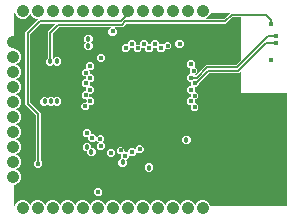
<source format=gbr>
G04 EAGLE Gerber RS-274X export*
G75*
%MOMM*%
%FSLAX34Y34*%
%LPD*%
%INCopper Layer 2*%
%IPPOS*%
%AMOC8*
5,1,8,0,0,1.08239X$1,22.5*%
G01*
%ADD10C,1.050000*%
%ADD11C,0.403200*%
%ADD12C,0.457200*%
%ADD13C,0.453200*%
%ADD14C,0.152400*%

G36*
X4663Y7584D02*
X4663Y7584D01*
X4726Y7591D01*
X4747Y7604D01*
X4770Y7609D01*
X4819Y7650D01*
X4873Y7684D01*
X4888Y7706D01*
X4904Y7719D01*
X4919Y7754D01*
X4953Y7804D01*
X5775Y9790D01*
X7609Y11624D01*
X10006Y12617D01*
X12600Y12617D01*
X14997Y11624D01*
X16831Y9790D01*
X17302Y8653D01*
X17317Y8632D01*
X17324Y8608D01*
X17367Y8563D01*
X17403Y8513D01*
X17426Y8500D01*
X17443Y8482D01*
X17501Y8460D01*
X17556Y8431D01*
X17581Y8430D01*
X17606Y8422D01*
X17667Y8428D01*
X17729Y8426D01*
X17752Y8437D01*
X17778Y8440D01*
X17830Y8473D01*
X17886Y8499D01*
X17903Y8519D01*
X17924Y8532D01*
X17972Y8605D01*
X17995Y8633D01*
X17998Y8643D01*
X18004Y8653D01*
X18475Y9790D01*
X20309Y11624D01*
X22706Y12617D01*
X25300Y12617D01*
X27697Y11624D01*
X29531Y9790D01*
X30002Y8653D01*
X30017Y8632D01*
X30024Y8608D01*
X30067Y8563D01*
X30103Y8513D01*
X30126Y8500D01*
X30143Y8482D01*
X30201Y8460D01*
X30256Y8431D01*
X30281Y8430D01*
X30306Y8422D01*
X30367Y8428D01*
X30429Y8426D01*
X30452Y8437D01*
X30478Y8440D01*
X30530Y8473D01*
X30586Y8499D01*
X30603Y8519D01*
X30624Y8532D01*
X30672Y8605D01*
X30695Y8633D01*
X30698Y8643D01*
X30704Y8653D01*
X31175Y9790D01*
X33009Y11624D01*
X35406Y12617D01*
X38000Y12617D01*
X40397Y11624D01*
X42231Y9790D01*
X42702Y8653D01*
X42717Y8632D01*
X42724Y8608D01*
X42767Y8563D01*
X42803Y8513D01*
X42826Y8500D01*
X42843Y8482D01*
X42901Y8460D01*
X42956Y8431D01*
X42981Y8430D01*
X43006Y8422D01*
X43067Y8428D01*
X43129Y8426D01*
X43152Y8437D01*
X43178Y8440D01*
X43230Y8473D01*
X43286Y8499D01*
X43303Y8519D01*
X43324Y8532D01*
X43372Y8605D01*
X43395Y8633D01*
X43398Y8643D01*
X43404Y8653D01*
X43875Y9790D01*
X45709Y11624D01*
X48106Y12617D01*
X50700Y12617D01*
X53097Y11624D01*
X54931Y9790D01*
X55402Y8653D01*
X55417Y8632D01*
X55424Y8608D01*
X55467Y8563D01*
X55503Y8513D01*
X55526Y8500D01*
X55543Y8482D01*
X55601Y8460D01*
X55656Y8431D01*
X55681Y8430D01*
X55706Y8422D01*
X55767Y8428D01*
X55829Y8426D01*
X55852Y8437D01*
X55878Y8440D01*
X55930Y8473D01*
X55986Y8499D01*
X56003Y8519D01*
X56024Y8532D01*
X56072Y8605D01*
X56095Y8633D01*
X56098Y8643D01*
X56104Y8653D01*
X56575Y9790D01*
X58409Y11624D01*
X60806Y12617D01*
X63400Y12617D01*
X65797Y11624D01*
X67631Y9790D01*
X68102Y8653D01*
X68117Y8632D01*
X68124Y8608D01*
X68167Y8563D01*
X68203Y8513D01*
X68226Y8500D01*
X68243Y8482D01*
X68301Y8460D01*
X68356Y8431D01*
X68381Y8430D01*
X68406Y8422D01*
X68467Y8428D01*
X68529Y8426D01*
X68552Y8437D01*
X68578Y8440D01*
X68630Y8473D01*
X68686Y8499D01*
X68703Y8519D01*
X68724Y8532D01*
X68772Y8605D01*
X68795Y8633D01*
X68798Y8643D01*
X68804Y8653D01*
X69275Y9790D01*
X71109Y11624D01*
X73506Y12617D01*
X76100Y12617D01*
X78497Y11624D01*
X80331Y9790D01*
X80802Y8653D01*
X80817Y8632D01*
X80824Y8608D01*
X80867Y8563D01*
X80903Y8513D01*
X80926Y8500D01*
X80943Y8482D01*
X81001Y8460D01*
X81056Y8431D01*
X81081Y8430D01*
X81106Y8422D01*
X81167Y8428D01*
X81229Y8426D01*
X81252Y8437D01*
X81278Y8440D01*
X81330Y8473D01*
X81386Y8499D01*
X81403Y8519D01*
X81424Y8532D01*
X81472Y8605D01*
X81495Y8633D01*
X81498Y8643D01*
X81504Y8653D01*
X81975Y9790D01*
X83809Y11624D01*
X86206Y12617D01*
X88800Y12617D01*
X91197Y11624D01*
X93031Y9790D01*
X93502Y8653D01*
X93517Y8632D01*
X93524Y8608D01*
X93567Y8563D01*
X93603Y8513D01*
X93626Y8500D01*
X93643Y8482D01*
X93701Y8460D01*
X93756Y8431D01*
X93781Y8430D01*
X93806Y8422D01*
X93867Y8428D01*
X93929Y8426D01*
X93952Y8437D01*
X93978Y8440D01*
X94030Y8473D01*
X94086Y8499D01*
X94103Y8519D01*
X94124Y8532D01*
X94172Y8605D01*
X94195Y8633D01*
X94198Y8643D01*
X94204Y8653D01*
X94675Y9790D01*
X96509Y11624D01*
X98906Y12617D01*
X101500Y12617D01*
X103897Y11624D01*
X105731Y9790D01*
X106202Y8653D01*
X106217Y8632D01*
X106224Y8608D01*
X106267Y8563D01*
X106303Y8513D01*
X106326Y8500D01*
X106343Y8482D01*
X106401Y8460D01*
X106456Y8431D01*
X106481Y8430D01*
X106506Y8422D01*
X106567Y8428D01*
X106629Y8426D01*
X106652Y8437D01*
X106678Y8440D01*
X106730Y8473D01*
X106786Y8499D01*
X106803Y8519D01*
X106824Y8532D01*
X106872Y8605D01*
X106895Y8633D01*
X106898Y8643D01*
X106904Y8653D01*
X107375Y9790D01*
X109209Y11624D01*
X111606Y12617D01*
X114200Y12617D01*
X116597Y11624D01*
X118431Y9790D01*
X118902Y8653D01*
X118917Y8632D01*
X118924Y8608D01*
X118967Y8563D01*
X119003Y8513D01*
X119025Y8500D01*
X119043Y8482D01*
X119101Y8460D01*
X119156Y8431D01*
X119182Y8430D01*
X119206Y8422D01*
X119267Y8428D01*
X119329Y8426D01*
X119352Y8437D01*
X119378Y8440D01*
X119430Y8473D01*
X119486Y8499D01*
X119503Y8519D01*
X119524Y8532D01*
X119572Y8604D01*
X119595Y8633D01*
X119597Y8643D01*
X119604Y8653D01*
X120075Y9790D01*
X121909Y11624D01*
X124306Y12617D01*
X126900Y12617D01*
X129297Y11624D01*
X131131Y9790D01*
X131602Y8653D01*
X131617Y8632D01*
X131624Y8608D01*
X131667Y8563D01*
X131703Y8513D01*
X131725Y8500D01*
X131743Y8482D01*
X131801Y8460D01*
X131856Y8431D01*
X131882Y8430D01*
X131906Y8422D01*
X131967Y8428D01*
X132029Y8426D01*
X132052Y8437D01*
X132078Y8440D01*
X132130Y8473D01*
X132186Y8499D01*
X132203Y8519D01*
X132224Y8532D01*
X132272Y8604D01*
X132295Y8633D01*
X132297Y8643D01*
X132304Y8653D01*
X132775Y9790D01*
X134609Y11624D01*
X137006Y12617D01*
X139600Y12617D01*
X141997Y11624D01*
X143831Y9790D01*
X144302Y8653D01*
X144317Y8632D01*
X144324Y8608D01*
X144367Y8563D01*
X144403Y8513D01*
X144425Y8500D01*
X144443Y8482D01*
X144501Y8460D01*
X144556Y8431D01*
X144582Y8430D01*
X144606Y8422D01*
X144667Y8428D01*
X144729Y8426D01*
X144752Y8437D01*
X144778Y8440D01*
X144830Y8473D01*
X144886Y8499D01*
X144903Y8519D01*
X144924Y8532D01*
X144972Y8604D01*
X144995Y8633D01*
X144997Y8643D01*
X145004Y8653D01*
X145475Y9790D01*
X147309Y11624D01*
X149706Y12617D01*
X152300Y12617D01*
X154697Y11624D01*
X156531Y9790D01*
X157002Y8653D01*
X157017Y8632D01*
X157024Y8608D01*
X157067Y8563D01*
X157103Y8513D01*
X157125Y8500D01*
X157143Y8482D01*
X157201Y8460D01*
X157256Y8431D01*
X157282Y8430D01*
X157306Y8422D01*
X157367Y8428D01*
X157429Y8426D01*
X157452Y8437D01*
X157478Y8440D01*
X157530Y8473D01*
X157586Y8499D01*
X157603Y8519D01*
X157624Y8532D01*
X157672Y8604D01*
X157695Y8633D01*
X157697Y8643D01*
X157704Y8653D01*
X158175Y9790D01*
X160009Y11624D01*
X162406Y12617D01*
X165000Y12617D01*
X167397Y11624D01*
X169231Y9790D01*
X170053Y7804D01*
X170090Y7753D01*
X170121Y7697D01*
X170140Y7683D01*
X170154Y7664D01*
X170211Y7634D01*
X170262Y7597D01*
X170289Y7592D01*
X170307Y7582D01*
X170345Y7581D01*
X170405Y7570D01*
X234239Y7570D01*
X234289Y7581D01*
X234340Y7583D01*
X234372Y7601D01*
X234408Y7609D01*
X234447Y7642D01*
X234492Y7666D01*
X234513Y7696D01*
X234541Y7719D01*
X234562Y7766D01*
X234592Y7808D01*
X234600Y7850D01*
X234612Y7878D01*
X234611Y7908D01*
X234619Y7950D01*
X234619Y102870D01*
X234608Y102920D01*
X234606Y102971D01*
X234588Y103003D01*
X234580Y103039D01*
X234547Y103078D01*
X234523Y103123D01*
X234493Y103144D01*
X234470Y103172D01*
X234423Y103193D01*
X234381Y103223D01*
X234339Y103231D01*
X234311Y103243D01*
X234281Y103242D01*
X234239Y103250D01*
X195960Y103250D01*
X195960Y120525D01*
X195954Y120550D01*
X195957Y120576D01*
X195947Y120602D01*
X195947Y120605D01*
X195944Y120610D01*
X195935Y120634D01*
X195921Y120694D01*
X195904Y120714D01*
X195895Y120738D01*
X195850Y120780D01*
X195811Y120828D01*
X195787Y120838D01*
X195768Y120856D01*
X195709Y120873D01*
X195652Y120898D01*
X195627Y120897D01*
X195602Y120905D01*
X195541Y120894D01*
X195479Y120892D01*
X195457Y120879D01*
X195431Y120875D01*
X195360Y120827D01*
X195327Y120809D01*
X195321Y120801D01*
X195311Y120794D01*
X194388Y119871D01*
X169390Y119871D01*
X169316Y119854D01*
X169241Y119841D01*
X169231Y119834D01*
X169221Y119832D01*
X169193Y119808D01*
X169121Y119760D01*
X160116Y110755D01*
X160076Y110690D01*
X160032Y110628D01*
X160030Y110616D01*
X160025Y110608D01*
X160021Y110571D01*
X160005Y110486D01*
X160005Y109891D01*
X158079Y107965D01*
X157062Y107965D01*
X157037Y107959D01*
X157011Y107962D01*
X156953Y107940D01*
X156893Y107926D01*
X156873Y107909D01*
X156849Y107900D01*
X156807Y107855D01*
X156759Y107816D01*
X156749Y107792D01*
X156731Y107773D01*
X156714Y107714D01*
X156689Y107657D01*
X156690Y107632D01*
X156682Y107607D01*
X156693Y107546D01*
X156695Y107484D01*
X156707Y107462D01*
X156712Y107436D01*
X156760Y107365D01*
X156778Y107332D01*
X156785Y107327D01*
X156787Y107323D01*
X156790Y107321D01*
X156793Y107316D01*
X156830Y107279D01*
X156830Y104632D01*
X156841Y104582D01*
X156843Y104531D01*
X156861Y104499D01*
X156869Y104463D01*
X156902Y104424D01*
X156926Y104379D01*
X156956Y104358D01*
X156979Y104330D01*
X157026Y104309D01*
X157068Y104279D01*
X157110Y104271D01*
X157138Y104259D01*
X157168Y104260D01*
X157210Y104252D01*
X157952Y104252D01*
X159878Y102326D01*
X159878Y99604D01*
X157952Y97678D01*
X157083Y97678D01*
X157033Y97667D01*
X156982Y97665D01*
X156950Y97647D01*
X156914Y97639D01*
X156875Y97606D01*
X156830Y97582D01*
X156809Y97552D01*
X156781Y97529D01*
X156760Y97482D01*
X156730Y97440D01*
X156722Y97398D01*
X156710Y97370D01*
X156711Y97340D01*
X156703Y97298D01*
X156703Y94726D01*
X156714Y94676D01*
X156716Y94625D01*
X156734Y94593D01*
X156742Y94557D01*
X156775Y94518D01*
X156799Y94473D01*
X156829Y94452D01*
X156852Y94424D01*
X156899Y94403D01*
X156941Y94373D01*
X156983Y94365D01*
X157011Y94353D01*
X157041Y94354D01*
X157083Y94346D01*
X157952Y94346D01*
X159878Y92420D01*
X159878Y89698D01*
X157952Y87772D01*
X155230Y87772D01*
X153304Y89698D01*
X153304Y92472D01*
X153293Y92522D01*
X153291Y92573D01*
X153273Y92605D01*
X153265Y92641D01*
X153232Y92680D01*
X153208Y92725D01*
X153178Y92746D01*
X153155Y92774D01*
X153108Y92795D01*
X153066Y92825D01*
X153024Y92833D01*
X152996Y92845D01*
X152966Y92844D01*
X152924Y92852D01*
X152055Y92852D01*
X150129Y94778D01*
X150129Y97500D01*
X152055Y99426D01*
X152924Y99426D01*
X152974Y99437D01*
X153025Y99439D01*
X153057Y99457D01*
X153093Y99465D01*
X153132Y99498D01*
X153177Y99522D01*
X153198Y99552D01*
X153226Y99575D01*
X153247Y99622D01*
X153277Y99664D01*
X153285Y99706D01*
X153297Y99734D01*
X153296Y99764D01*
X153304Y99806D01*
X153304Y102251D01*
X153293Y102301D01*
X153291Y102352D01*
X153273Y102384D01*
X153265Y102420D01*
X153232Y102459D01*
X153208Y102504D01*
X153178Y102525D01*
X153155Y102553D01*
X153108Y102574D01*
X153066Y102604D01*
X153024Y102612D01*
X152996Y102624D01*
X152966Y102623D01*
X152924Y102631D01*
X152182Y102631D01*
X150256Y104557D01*
X150256Y107279D01*
X152182Y109205D01*
X153199Y109205D01*
X153224Y109211D01*
X153250Y109208D01*
X153308Y109230D01*
X153368Y109244D01*
X153388Y109261D01*
X153412Y109270D01*
X153454Y109315D01*
X153502Y109354D01*
X153512Y109378D01*
X153530Y109397D01*
X153547Y109456D01*
X153572Y109513D01*
X153571Y109538D01*
X153579Y109563D01*
X153568Y109624D01*
X153566Y109686D01*
X153554Y109708D01*
X153549Y109734D01*
X153501Y109805D01*
X153483Y109838D01*
X153475Y109844D01*
X153468Y109854D01*
X153431Y109891D01*
X153431Y112411D01*
X153420Y112461D01*
X153418Y112512D01*
X153400Y112544D01*
X153392Y112580D01*
X153359Y112619D01*
X153335Y112664D01*
X153305Y112685D01*
X153282Y112713D01*
X153235Y112734D01*
X153193Y112764D01*
X153151Y112772D01*
X153123Y112784D01*
X153093Y112783D01*
X153051Y112791D01*
X152182Y112791D01*
X150256Y114717D01*
X150256Y117439D01*
X152182Y119365D01*
X152691Y119365D01*
X152716Y119371D01*
X152742Y119368D01*
X152800Y119390D01*
X152860Y119404D01*
X152880Y119421D01*
X152904Y119430D01*
X152946Y119475D01*
X152994Y119514D01*
X153004Y119538D01*
X153022Y119557D01*
X153039Y119616D01*
X153064Y119673D01*
X153063Y119698D01*
X153071Y119723D01*
X153060Y119784D01*
X153058Y119846D01*
X153045Y119868D01*
X153041Y119894D01*
X152993Y119965D01*
X152975Y119998D01*
X152967Y120004D01*
X152960Y120014D01*
X152415Y120559D01*
X152415Y123281D01*
X152579Y123445D01*
X152593Y123467D01*
X152613Y123483D01*
X152638Y123540D01*
X152670Y123592D01*
X152673Y123618D01*
X152683Y123642D01*
X152681Y123703D01*
X152687Y123765D01*
X152678Y123789D01*
X152677Y123815D01*
X152647Y123869D01*
X152625Y123927D01*
X152606Y123944D01*
X152594Y123967D01*
X152544Y124002D01*
X152498Y124044D01*
X152473Y124052D01*
X152452Y124067D01*
X152368Y124083D01*
X152332Y124094D01*
X152322Y124092D01*
X152310Y124094D01*
X152309Y124094D01*
X150383Y126020D01*
X150383Y128742D01*
X152309Y130668D01*
X155031Y130668D01*
X156957Y128742D01*
X156957Y126020D01*
X156793Y125856D01*
X156779Y125834D01*
X156759Y125818D01*
X156734Y125761D01*
X156702Y125709D01*
X156699Y125683D01*
X156689Y125659D01*
X156691Y125598D01*
X156685Y125536D01*
X156694Y125512D01*
X156695Y125486D01*
X156725Y125432D01*
X156747Y125374D01*
X156766Y125357D01*
X156778Y125334D01*
X156828Y125299D01*
X156874Y125257D01*
X156899Y125249D01*
X156920Y125234D01*
X157004Y125218D01*
X157040Y125207D01*
X157050Y125209D01*
X157062Y125207D01*
X157063Y125207D01*
X158989Y123281D01*
X158989Y120559D01*
X157190Y118760D01*
X157176Y118738D01*
X157156Y118722D01*
X157131Y118665D01*
X157099Y118613D01*
X157096Y118587D01*
X157086Y118563D01*
X157088Y118502D01*
X157082Y118440D01*
X157091Y118416D01*
X157092Y118390D01*
X157122Y118336D01*
X157144Y118278D01*
X157163Y118261D01*
X157175Y118238D01*
X157225Y118203D01*
X157271Y118161D01*
X157296Y118153D01*
X157317Y118138D01*
X157401Y118122D01*
X157437Y118111D01*
X157447Y118113D01*
X157459Y118111D01*
X157614Y118111D01*
X157688Y118128D01*
X157762Y118141D01*
X157773Y118148D01*
X157782Y118150D01*
X157811Y118174D01*
X157883Y118222D01*
X166391Y126731D01*
X191262Y126731D01*
X191336Y126748D01*
X191411Y126761D01*
X191421Y126768D01*
X191431Y126770D01*
X191460Y126794D01*
X191531Y126842D01*
X195849Y131160D01*
X195889Y131224D01*
X195933Y131286D01*
X195935Y131298D01*
X195940Y131307D01*
X195944Y131344D01*
X195960Y131428D01*
X195960Y166878D01*
X195949Y166928D01*
X195947Y166979D01*
X195929Y167011D01*
X195921Y167047D01*
X195888Y167086D01*
X195864Y167131D01*
X195834Y167152D01*
X195811Y167180D01*
X195764Y167201D01*
X195722Y167231D01*
X195680Y167239D01*
X195652Y167251D01*
X195622Y167250D01*
X195580Y167258D01*
X188960Y167258D01*
X188886Y167241D01*
X188811Y167228D01*
X188801Y167221D01*
X188791Y167219D01*
X188762Y167195D01*
X188691Y167147D01*
X183214Y161670D01*
X98804Y161670D01*
X98730Y161653D01*
X98655Y161640D01*
X98645Y161633D01*
X98635Y161631D01*
X98606Y161607D01*
X98535Y161559D01*
X95979Y159003D01*
X89359Y159003D01*
X89334Y158997D01*
X89309Y159000D01*
X89251Y158978D01*
X89191Y158964D01*
X89171Y158947D01*
X89147Y158938D01*
X89105Y158893D01*
X89057Y158854D01*
X89046Y158830D01*
X89029Y158811D01*
X89011Y158752D01*
X88986Y158695D01*
X88987Y158670D01*
X88980Y158645D01*
X88990Y158584D01*
X88993Y158522D01*
X89005Y158500D01*
X89009Y158474D01*
X89058Y158403D01*
X89075Y158370D01*
X89084Y158364D01*
X89091Y158354D01*
X90786Y156659D01*
X90786Y153729D01*
X88714Y151657D01*
X85784Y151657D01*
X83712Y153729D01*
X83712Y156659D01*
X85407Y158354D01*
X85421Y158376D01*
X85441Y158392D01*
X85466Y158449D01*
X85499Y158501D01*
X85501Y158527D01*
X85512Y158551D01*
X85510Y158612D01*
X85515Y158674D01*
X85506Y158698D01*
X85505Y158724D01*
X85476Y158778D01*
X85454Y158836D01*
X85435Y158853D01*
X85423Y158876D01*
X85372Y158911D01*
X85327Y158953D01*
X85302Y158961D01*
X85281Y158976D01*
X85196Y158992D01*
X85161Y159003D01*
X85151Y159001D01*
X85139Y159003D01*
X42148Y159003D01*
X42074Y158986D01*
X41999Y158973D01*
X41989Y158966D01*
X41979Y158964D01*
X41950Y158940D01*
X41879Y158892D01*
X36561Y153574D01*
X36521Y153510D01*
X36477Y153448D01*
X36475Y153436D01*
X36470Y153427D01*
X36466Y153390D01*
X36450Y153305D01*
X36450Y132949D01*
X36467Y132875D01*
X36480Y132800D01*
X36487Y132790D01*
X36489Y132780D01*
X36513Y132751D01*
X36561Y132680D01*
X36879Y132362D01*
X36922Y132335D01*
X36959Y132301D01*
X36995Y132290D01*
X37026Y132271D01*
X37077Y132266D01*
X37126Y132252D01*
X37162Y132258D01*
X37198Y132254D01*
X37246Y132273D01*
X37296Y132281D01*
X37332Y132305D01*
X37360Y132316D01*
X37381Y132338D01*
X37416Y132362D01*
X38532Y133478D01*
X41478Y133478D01*
X43562Y131394D01*
X43562Y128448D01*
X41478Y126364D01*
X38532Y126364D01*
X37543Y127353D01*
X37500Y127380D01*
X37463Y127414D01*
X37427Y127425D01*
X37396Y127444D01*
X37345Y127449D01*
X37296Y127463D01*
X37260Y127457D01*
X37224Y127461D01*
X37176Y127442D01*
X37126Y127434D01*
X37090Y127410D01*
X37062Y127399D01*
X37041Y127376D01*
X37006Y127353D01*
X35890Y126237D01*
X32944Y126237D01*
X30860Y128321D01*
X30860Y131267D01*
X32273Y132680D01*
X32313Y132744D01*
X32357Y132807D01*
X32359Y132819D01*
X32364Y132827D01*
X32368Y132864D01*
X32384Y132949D01*
X32384Y155147D01*
X38385Y161148D01*
X38399Y161170D01*
X38419Y161186D01*
X38444Y161243D01*
X38477Y161295D01*
X38479Y161321D01*
X38490Y161345D01*
X38487Y161406D01*
X38493Y161468D01*
X38484Y161492D01*
X38483Y161518D01*
X38454Y161572D01*
X38432Y161630D01*
X38413Y161647D01*
X38400Y161670D01*
X38350Y161705D01*
X38305Y161747D01*
X38280Y161755D01*
X38259Y161770D01*
X38174Y161786D01*
X38138Y161797D01*
X38129Y161795D01*
X38117Y161797D01*
X26400Y161797D01*
X26326Y161780D01*
X26251Y161767D01*
X26241Y161760D01*
X26231Y161758D01*
X26202Y161734D01*
X26131Y161686D01*
X17384Y152939D01*
X17344Y152875D01*
X17300Y152813D01*
X17298Y152801D01*
X17293Y152792D01*
X17289Y152755D01*
X17273Y152670D01*
X17273Y94980D01*
X17290Y94906D01*
X17303Y94831D01*
X17310Y94821D01*
X17312Y94811D01*
X17336Y94782D01*
X17384Y94711D01*
X26163Y85932D01*
X26163Y46306D01*
X26180Y46232D01*
X26193Y46158D01*
X26200Y46148D01*
X26202Y46138D01*
X26226Y46109D01*
X26274Y46038D01*
X27667Y44645D01*
X27667Y41715D01*
X25595Y39643D01*
X22665Y39643D01*
X20593Y41715D01*
X20593Y44645D01*
X21986Y46038D01*
X22026Y46102D01*
X22070Y46164D01*
X22072Y46176D01*
X22077Y46185D01*
X22081Y46222D01*
X22097Y46306D01*
X22097Y84090D01*
X22080Y84164D01*
X22067Y84239D01*
X22060Y84249D01*
X22058Y84259D01*
X22034Y84288D01*
X21986Y84359D01*
X13207Y93138D01*
X13207Y154512D01*
X23991Y165296D01*
X24005Y165318D01*
X24025Y165334D01*
X24050Y165391D01*
X24083Y165443D01*
X24085Y165469D01*
X24096Y165493D01*
X24093Y165554D01*
X24099Y165616D01*
X24090Y165640D01*
X24089Y165666D01*
X24060Y165720D01*
X24038Y165778D01*
X24019Y165795D01*
X24006Y165818D01*
X23956Y165853D01*
X23911Y165895D01*
X23886Y165903D01*
X23865Y165918D01*
X23780Y165934D01*
X23744Y165945D01*
X23735Y165943D01*
X23723Y165945D01*
X22706Y165945D01*
X20309Y166938D01*
X18475Y168772D01*
X18004Y169909D01*
X17989Y169930D01*
X17982Y169954D01*
X17939Y169999D01*
X17903Y170049D01*
X17880Y170062D01*
X17863Y170080D01*
X17805Y170102D01*
X17750Y170131D01*
X17724Y170131D01*
X17700Y170140D01*
X17639Y170134D01*
X17577Y170136D01*
X17554Y170125D01*
X17528Y170122D01*
X17476Y170089D01*
X17420Y170063D01*
X17403Y170043D01*
X17382Y170030D01*
X17334Y169958D01*
X17311Y169929D01*
X17309Y169919D01*
X17302Y169909D01*
X16831Y168772D01*
X14997Y166938D01*
X12600Y165945D01*
X10006Y165945D01*
X7609Y166938D01*
X5775Y168772D01*
X4847Y171012D01*
X4810Y171063D01*
X4780Y171119D01*
X4761Y171133D01*
X4746Y171152D01*
X4690Y171182D01*
X4638Y171219D01*
X4612Y171224D01*
X4593Y171234D01*
X4556Y171235D01*
X4496Y171246D01*
X4394Y171246D01*
X4344Y171235D01*
X4293Y171233D01*
X4261Y171215D01*
X4225Y171207D01*
X4186Y171174D01*
X4141Y171150D01*
X4120Y171120D01*
X4092Y171097D01*
X4071Y171050D01*
X4041Y171008D01*
X4033Y170966D01*
X4021Y170938D01*
X4022Y170908D01*
X4014Y170866D01*
X4014Y140505D01*
X4025Y140455D01*
X4027Y140404D01*
X4045Y140372D01*
X4053Y140336D01*
X4086Y140297D01*
X4110Y140252D01*
X4140Y140231D01*
X4163Y140203D01*
X4210Y140182D01*
X4252Y140152D01*
X4294Y140144D01*
X4322Y140132D01*
X4328Y140132D01*
X6742Y139132D01*
X8576Y137298D01*
X9569Y134901D01*
X9569Y132307D01*
X8576Y129910D01*
X6742Y128076D01*
X5605Y127605D01*
X5584Y127590D01*
X5560Y127583D01*
X5515Y127540D01*
X5465Y127504D01*
X5452Y127481D01*
X5434Y127464D01*
X5412Y127406D01*
X5383Y127351D01*
X5382Y127326D01*
X5374Y127301D01*
X5380Y127240D01*
X5378Y127178D01*
X5389Y127155D01*
X5392Y127129D01*
X5425Y127077D01*
X5451Y127021D01*
X5471Y127004D01*
X5484Y126983D01*
X5557Y126935D01*
X5585Y126912D01*
X5595Y126909D01*
X5605Y126903D01*
X6742Y126432D01*
X8576Y124598D01*
X9569Y122201D01*
X9569Y119607D01*
X8576Y117210D01*
X6742Y115376D01*
X5605Y114905D01*
X5584Y114890D01*
X5560Y114883D01*
X5515Y114840D01*
X5465Y114804D01*
X5452Y114781D01*
X5434Y114764D01*
X5412Y114706D01*
X5383Y114651D01*
X5383Y114625D01*
X5374Y114601D01*
X5380Y114540D01*
X5378Y114478D01*
X5389Y114455D01*
X5392Y114429D01*
X5425Y114377D01*
X5451Y114321D01*
X5471Y114304D01*
X5484Y114283D01*
X5556Y114235D01*
X5585Y114212D01*
X5595Y114210D01*
X5605Y114203D01*
X6742Y113732D01*
X8576Y111898D01*
X9569Y109501D01*
X9569Y106907D01*
X8576Y104510D01*
X6742Y102676D01*
X5605Y102205D01*
X5584Y102190D01*
X5560Y102183D01*
X5515Y102140D01*
X5465Y102104D01*
X5452Y102081D01*
X5434Y102064D01*
X5412Y102006D01*
X5383Y101951D01*
X5383Y101925D01*
X5374Y101901D01*
X5380Y101840D01*
X5378Y101778D01*
X5389Y101755D01*
X5392Y101729D01*
X5425Y101677D01*
X5451Y101621D01*
X5471Y101604D01*
X5484Y101583D01*
X5556Y101535D01*
X5585Y101512D01*
X5595Y101509D01*
X5605Y101503D01*
X6742Y101032D01*
X8576Y99198D01*
X9569Y96801D01*
X9569Y94207D01*
X8576Y91810D01*
X6742Y89976D01*
X5605Y89505D01*
X5584Y89490D01*
X5560Y89483D01*
X5515Y89440D01*
X5465Y89404D01*
X5452Y89381D01*
X5434Y89364D01*
X5412Y89306D01*
X5383Y89251D01*
X5383Y89225D01*
X5374Y89201D01*
X5380Y89140D01*
X5378Y89078D01*
X5389Y89055D01*
X5392Y89029D01*
X5425Y88977D01*
X5451Y88921D01*
X5471Y88904D01*
X5484Y88883D01*
X5556Y88835D01*
X5585Y88812D01*
X5595Y88809D01*
X5605Y88803D01*
X6742Y88332D01*
X8576Y86498D01*
X9569Y84101D01*
X9569Y81507D01*
X8576Y79110D01*
X6742Y77276D01*
X5605Y76805D01*
X5584Y76790D01*
X5560Y76783D01*
X5515Y76740D01*
X5465Y76704D01*
X5452Y76681D01*
X5434Y76664D01*
X5412Y76606D01*
X5383Y76551D01*
X5383Y76525D01*
X5374Y76501D01*
X5380Y76440D01*
X5378Y76378D01*
X5389Y76355D01*
X5392Y76329D01*
X5425Y76277D01*
X5451Y76221D01*
X5471Y76204D01*
X5484Y76183D01*
X5556Y76135D01*
X5585Y76112D01*
X5595Y76110D01*
X5605Y76103D01*
X6742Y75632D01*
X8576Y73798D01*
X9569Y71401D01*
X9569Y68807D01*
X8576Y66410D01*
X6742Y64576D01*
X5605Y64105D01*
X5584Y64090D01*
X5560Y64083D01*
X5515Y64040D01*
X5465Y64004D01*
X5452Y63981D01*
X5434Y63964D01*
X5412Y63906D01*
X5383Y63851D01*
X5383Y63825D01*
X5374Y63801D01*
X5380Y63740D01*
X5378Y63678D01*
X5389Y63655D01*
X5392Y63629D01*
X5425Y63577D01*
X5451Y63521D01*
X5471Y63504D01*
X5484Y63483D01*
X5556Y63435D01*
X5585Y63412D01*
X5595Y63410D01*
X5605Y63403D01*
X6742Y62932D01*
X8576Y61098D01*
X9569Y58701D01*
X9569Y56107D01*
X8576Y53710D01*
X6742Y51876D01*
X5605Y51405D01*
X5584Y51390D01*
X5560Y51383D01*
X5515Y51340D01*
X5465Y51304D01*
X5452Y51281D01*
X5434Y51264D01*
X5412Y51206D01*
X5383Y51151D01*
X5383Y51125D01*
X5374Y51101D01*
X5380Y51040D01*
X5378Y50978D01*
X5389Y50955D01*
X5392Y50929D01*
X5425Y50877D01*
X5451Y50821D01*
X5471Y50804D01*
X5484Y50783D01*
X5556Y50735D01*
X5585Y50712D01*
X5595Y50710D01*
X5605Y50703D01*
X6742Y50232D01*
X8576Y48398D01*
X9569Y46001D01*
X9569Y43407D01*
X8576Y41010D01*
X6742Y39176D01*
X5605Y38705D01*
X5584Y38690D01*
X5560Y38683D01*
X5515Y38640D01*
X5465Y38604D01*
X5452Y38581D01*
X5434Y38564D01*
X5412Y38506D01*
X5383Y38451D01*
X5383Y38425D01*
X5374Y38401D01*
X5380Y38340D01*
X5378Y38278D01*
X5389Y38255D01*
X5392Y38229D01*
X5425Y38177D01*
X5451Y38121D01*
X5471Y38104D01*
X5484Y38083D01*
X5556Y38035D01*
X5585Y38012D01*
X5595Y38010D01*
X5605Y38003D01*
X6742Y37532D01*
X8576Y35698D01*
X9569Y33301D01*
X9569Y30707D01*
X8576Y28310D01*
X6742Y26476D01*
X4314Y25470D01*
X4293Y25470D01*
X4261Y25452D01*
X4225Y25444D01*
X4186Y25411D01*
X4141Y25387D01*
X4120Y25357D01*
X4092Y25334D01*
X4071Y25287D01*
X4041Y25245D01*
X4033Y25203D01*
X4021Y25175D01*
X4022Y25145D01*
X4014Y25103D01*
X4014Y7950D01*
X4025Y7900D01*
X4027Y7849D01*
X4045Y7817D01*
X4053Y7781D01*
X4086Y7742D01*
X4110Y7697D01*
X4140Y7676D01*
X4163Y7648D01*
X4210Y7627D01*
X4252Y7597D01*
X4294Y7589D01*
X4322Y7577D01*
X4352Y7578D01*
X4394Y7570D01*
X4601Y7570D01*
X4663Y7584D01*
G37*
%LPC*%
G36*
X62774Y88407D02*
X62774Y88407D01*
X60848Y90333D01*
X60848Y93055D01*
X62774Y94981D01*
X64786Y94981D01*
X64836Y94992D01*
X64887Y94994D01*
X64919Y95012D01*
X64955Y95020D01*
X64994Y95053D01*
X65039Y95077D01*
X65060Y95107D01*
X65088Y95130D01*
X65109Y95177D01*
X65139Y95219D01*
X65147Y95261D01*
X65159Y95289D01*
X65158Y95319D01*
X65166Y95361D01*
X65166Y97425D01*
X65155Y97475D01*
X65153Y97526D01*
X65135Y97558D01*
X65127Y97594D01*
X65094Y97633D01*
X65070Y97678D01*
X65040Y97699D01*
X65017Y97727D01*
X64970Y97748D01*
X64928Y97778D01*
X64886Y97786D01*
X64858Y97798D01*
X64828Y97797D01*
X64786Y97805D01*
X62901Y97805D01*
X60975Y99731D01*
X60975Y102453D01*
X62901Y104379D01*
X64278Y104379D01*
X64328Y104390D01*
X64379Y104392D01*
X64411Y104410D01*
X64447Y104418D01*
X64486Y104451D01*
X64531Y104475D01*
X64552Y104505D01*
X64580Y104528D01*
X64601Y104575D01*
X64631Y104617D01*
X64639Y104659D01*
X64651Y104687D01*
X64650Y104717D01*
X64658Y104759D01*
X64658Y107279D01*
X64695Y107316D01*
X64706Y107335D01*
X64719Y107345D01*
X64720Y107348D01*
X64729Y107354D01*
X64754Y107411D01*
X64786Y107463D01*
X64789Y107489D01*
X64799Y107513D01*
X64797Y107574D01*
X64803Y107636D01*
X64794Y107660D01*
X64793Y107686D01*
X64763Y107740D01*
X64741Y107798D01*
X64722Y107815D01*
X64710Y107838D01*
X64660Y107873D01*
X64614Y107915D01*
X64589Y107923D01*
X64568Y107938D01*
X64484Y107954D01*
X64448Y107965D01*
X64438Y107963D01*
X64426Y107965D01*
X63282Y107965D01*
X61356Y109891D01*
X61356Y112613D01*
X63282Y114539D01*
X64532Y114539D01*
X64582Y114550D01*
X64633Y114552D01*
X64665Y114570D01*
X64701Y114578D01*
X64740Y114611D01*
X64785Y114635D01*
X64806Y114665D01*
X64834Y114688D01*
X64855Y114735D01*
X64885Y114777D01*
X64893Y114819D01*
X64905Y114847D01*
X64904Y114877D01*
X64912Y114919D01*
X64912Y116729D01*
X64901Y116779D01*
X64899Y116830D01*
X64881Y116862D01*
X64873Y116898D01*
X64840Y116937D01*
X64816Y116982D01*
X64786Y117003D01*
X64763Y117031D01*
X64716Y117052D01*
X64674Y117082D01*
X64632Y117090D01*
X64604Y117102D01*
X64574Y117101D01*
X64532Y117109D01*
X63028Y117109D01*
X61102Y119035D01*
X61102Y121757D01*
X63028Y123683D01*
X64680Y123683D01*
X64705Y123689D01*
X64731Y123686D01*
X64789Y123708D01*
X64849Y123722D01*
X64869Y123739D01*
X64893Y123748D01*
X64935Y123793D01*
X64983Y123832D01*
X64993Y123856D01*
X65011Y123875D01*
X65028Y123934D01*
X65053Y123991D01*
X65052Y124016D01*
X65060Y124041D01*
X65049Y124102D01*
X65047Y124164D01*
X65034Y124186D01*
X65030Y124212D01*
X64982Y124283D01*
X64964Y124316D01*
X64956Y124322D01*
X64949Y124332D01*
X64785Y124496D01*
X64785Y127218D01*
X66711Y129144D01*
X69433Y129144D01*
X71359Y127218D01*
X71359Y124496D01*
X69433Y122570D01*
X67781Y122570D01*
X67756Y122564D01*
X67730Y122567D01*
X67672Y122545D01*
X67612Y122531D01*
X67592Y122514D01*
X67568Y122505D01*
X67526Y122460D01*
X67478Y122421D01*
X67468Y122397D01*
X67450Y122378D01*
X67433Y122319D01*
X67408Y122262D01*
X67409Y122237D01*
X67401Y122212D01*
X67412Y122151D01*
X67414Y122089D01*
X67427Y122067D01*
X67431Y122041D01*
X67479Y121970D01*
X67497Y121937D01*
X67505Y121931D01*
X67512Y121921D01*
X67676Y121757D01*
X67676Y119491D01*
X67687Y119441D01*
X67689Y119390D01*
X67707Y119358D01*
X67715Y119322D01*
X67748Y119283D01*
X67772Y119238D01*
X67802Y119217D01*
X67825Y119189D01*
X67872Y119168D01*
X67914Y119138D01*
X67956Y119130D01*
X67984Y119118D01*
X68014Y119119D01*
X68056Y119111D01*
X69560Y119111D01*
X71486Y117185D01*
X71486Y114463D01*
X69560Y112537D01*
X68310Y112537D01*
X68260Y112526D01*
X68209Y112524D01*
X68177Y112506D01*
X68141Y112498D01*
X68102Y112465D01*
X68057Y112441D01*
X68036Y112411D01*
X68008Y112388D01*
X67987Y112341D01*
X67957Y112299D01*
X67949Y112257D01*
X67937Y112229D01*
X67937Y112212D01*
X67937Y112211D01*
X67937Y112196D01*
X67930Y112157D01*
X67930Y109891D01*
X67893Y109854D01*
X67879Y109832D01*
X67859Y109816D01*
X67834Y109759D01*
X67802Y109707D01*
X67799Y109681D01*
X67789Y109657D01*
X67791Y109596D01*
X67785Y109534D01*
X67794Y109510D01*
X67795Y109484D01*
X67825Y109430D01*
X67847Y109372D01*
X67866Y109355D01*
X67878Y109332D01*
X67928Y109297D01*
X67974Y109255D01*
X67999Y109247D01*
X68020Y109232D01*
X68104Y109216D01*
X68140Y109205D01*
X68150Y109207D01*
X68162Y109205D01*
X69306Y109205D01*
X71232Y107279D01*
X71232Y104557D01*
X69306Y102631D01*
X67929Y102631D01*
X67879Y102620D01*
X67828Y102618D01*
X67796Y102600D01*
X67760Y102592D01*
X67721Y102559D01*
X67676Y102535D01*
X67655Y102505D01*
X67627Y102482D01*
X67606Y102435D01*
X67576Y102393D01*
X67568Y102351D01*
X67556Y102323D01*
X67557Y102293D01*
X67549Y102251D01*
X67549Y99806D01*
X67560Y99756D01*
X67562Y99705D01*
X67580Y99673D01*
X67588Y99637D01*
X67621Y99598D01*
X67645Y99553D01*
X67675Y99532D01*
X67698Y99504D01*
X67745Y99483D01*
X67787Y99453D01*
X67829Y99445D01*
X67857Y99433D01*
X67887Y99434D01*
X67929Y99426D01*
X69814Y99426D01*
X71740Y97500D01*
X71740Y94778D01*
X69814Y92852D01*
X67802Y92852D01*
X67752Y92841D01*
X67701Y92839D01*
X67669Y92821D01*
X67633Y92813D01*
X67594Y92780D01*
X67549Y92756D01*
X67528Y92726D01*
X67500Y92703D01*
X67479Y92656D01*
X67449Y92614D01*
X67441Y92572D01*
X67429Y92544D01*
X67430Y92514D01*
X67422Y92472D01*
X67422Y90333D01*
X65496Y88407D01*
X62774Y88407D01*
G37*
%LPD*%
%LPC*%
G36*
X106970Y137556D02*
X106970Y137556D01*
X105044Y139482D01*
X105044Y140605D01*
X105033Y140655D01*
X105031Y140706D01*
X105013Y140738D01*
X105005Y140774D01*
X104972Y140813D01*
X104948Y140858D01*
X104918Y140879D01*
X104895Y140907D01*
X104848Y140928D01*
X104806Y140958D01*
X104764Y140966D01*
X104736Y140978D01*
X104706Y140977D01*
X104664Y140985D01*
X102216Y140985D01*
X102214Y140986D01*
X102188Y140989D01*
X102164Y140999D01*
X102103Y140997D01*
X102041Y141003D01*
X102017Y140994D01*
X101991Y140993D01*
X101937Y140963D01*
X101880Y140941D01*
X101862Y140922D01*
X101839Y140910D01*
X101804Y140860D01*
X101762Y140814D01*
X101754Y140790D01*
X101739Y140768D01*
X101723Y140684D01*
X101712Y140648D01*
X101714Y140638D01*
X101712Y140626D01*
X101712Y139863D01*
X99786Y137937D01*
X97064Y137937D01*
X95138Y139863D01*
X95138Y142585D01*
X97064Y144511D01*
X99841Y144511D01*
X99843Y144510D01*
X99869Y144507D01*
X99893Y144497D01*
X99954Y144499D01*
X100016Y144493D01*
X100040Y144502D01*
X100066Y144503D01*
X100120Y144533D01*
X100177Y144555D01*
X100195Y144574D01*
X100218Y144586D01*
X100253Y144636D01*
X100295Y144682D01*
X100303Y144706D01*
X100318Y144728D01*
X100334Y144812D01*
X100345Y144848D01*
X100343Y144858D01*
X100345Y144870D01*
X100345Y145633D01*
X102271Y147559D01*
X104993Y147559D01*
X106919Y145633D01*
X106919Y144510D01*
X106930Y144460D01*
X106932Y144409D01*
X106950Y144377D01*
X106958Y144341D01*
X106991Y144302D01*
X107015Y144257D01*
X107045Y144236D01*
X107068Y144208D01*
X107115Y144187D01*
X107157Y144157D01*
X107199Y144149D01*
X107227Y144137D01*
X107257Y144138D01*
X107299Y144130D01*
X109747Y144130D01*
X109749Y144129D01*
X109775Y144126D01*
X109799Y144116D01*
X109860Y144118D01*
X109922Y144112D01*
X109946Y144121D01*
X109972Y144122D01*
X110026Y144152D01*
X110083Y144174D01*
X110101Y144193D01*
X110124Y144205D01*
X110159Y144255D01*
X110201Y144301D01*
X110209Y144325D01*
X110224Y144347D01*
X110240Y144431D01*
X110251Y144467D01*
X110249Y144477D01*
X110251Y144489D01*
X110251Y146014D01*
X112177Y147940D01*
X114899Y147940D01*
X116825Y146014D01*
X116825Y144637D01*
X116836Y144587D01*
X116838Y144536D01*
X116856Y144504D01*
X116864Y144468D01*
X116897Y144429D01*
X116921Y144384D01*
X116951Y144363D01*
X116974Y144335D01*
X117021Y144314D01*
X117063Y144284D01*
X117105Y144276D01*
X117133Y144264D01*
X117163Y144265D01*
X117205Y144257D01*
X119526Y144257D01*
X119528Y144256D01*
X119554Y144253D01*
X119578Y144243D01*
X119639Y144245D01*
X119701Y144239D01*
X119725Y144248D01*
X119751Y144249D01*
X119805Y144279D01*
X119862Y144301D01*
X119880Y144320D01*
X119903Y144332D01*
X119938Y144382D01*
X119980Y144428D01*
X119988Y144452D01*
X120003Y144474D01*
X120019Y144558D01*
X120030Y144594D01*
X120028Y144604D01*
X120030Y144616D01*
X120030Y145887D01*
X121956Y147813D01*
X124678Y147813D01*
X126604Y145887D01*
X126604Y144891D01*
X126615Y144841D01*
X126617Y144790D01*
X126635Y144758D01*
X126643Y144722D01*
X126676Y144683D01*
X126700Y144638D01*
X126730Y144617D01*
X126753Y144589D01*
X126800Y144568D01*
X126842Y144538D01*
X126884Y144530D01*
X126912Y144518D01*
X126942Y144519D01*
X126984Y144511D01*
X129631Y144511D01*
X129795Y144347D01*
X129817Y144333D01*
X129833Y144313D01*
X129890Y144288D01*
X129942Y144256D01*
X129968Y144253D01*
X129992Y144243D01*
X130053Y144245D01*
X130115Y144239D01*
X130139Y144248D01*
X130165Y144249D01*
X130219Y144279D01*
X130277Y144301D01*
X130294Y144320D01*
X130317Y144332D01*
X130352Y144382D01*
X130394Y144428D01*
X130402Y144453D01*
X130417Y144474D01*
X130433Y144558D01*
X130444Y144594D01*
X130442Y144604D01*
X130444Y144616D01*
X130444Y144617D01*
X132370Y146543D01*
X135092Y146543D01*
X137018Y144617D01*
X137018Y141895D01*
X135092Y139969D01*
X132370Y139969D01*
X132206Y140133D01*
X132184Y140147D01*
X132168Y140167D01*
X132111Y140192D01*
X132059Y140224D01*
X132033Y140227D01*
X132009Y140237D01*
X131948Y140235D01*
X131886Y140241D01*
X131862Y140232D01*
X131836Y140231D01*
X131782Y140201D01*
X131724Y140179D01*
X131707Y140160D01*
X131684Y140148D01*
X131649Y140098D01*
X131607Y140052D01*
X131599Y140027D01*
X131584Y140006D01*
X131568Y139922D01*
X131557Y139886D01*
X131559Y139876D01*
X131557Y139864D01*
X131557Y139863D01*
X129631Y137937D01*
X126909Y137937D01*
X124983Y139863D01*
X124983Y140859D01*
X124972Y140909D01*
X124970Y140960D01*
X124952Y140992D01*
X124944Y141028D01*
X124911Y141067D01*
X124887Y141112D01*
X124857Y141133D01*
X124834Y141161D01*
X124787Y141182D01*
X124745Y141212D01*
X124703Y141220D01*
X124675Y141232D01*
X124645Y141231D01*
X124603Y141239D01*
X121901Y141239D01*
X121899Y141240D01*
X121873Y141243D01*
X121849Y141253D01*
X121788Y141251D01*
X121726Y141257D01*
X121702Y141248D01*
X121676Y141247D01*
X121622Y141217D01*
X121565Y141195D01*
X121547Y141176D01*
X121524Y141164D01*
X121489Y141114D01*
X121447Y141068D01*
X121439Y141044D01*
X121424Y141022D01*
X121408Y140938D01*
X121397Y140902D01*
X121399Y140892D01*
X121397Y140880D01*
X121397Y139609D01*
X119471Y137683D01*
X116749Y137683D01*
X114823Y139609D01*
X114823Y140986D01*
X114812Y141036D01*
X114810Y141087D01*
X114792Y141119D01*
X114784Y141155D01*
X114751Y141194D01*
X114727Y141239D01*
X114697Y141260D01*
X114674Y141288D01*
X114627Y141309D01*
X114585Y141339D01*
X114543Y141347D01*
X114515Y141359D01*
X114485Y141358D01*
X114443Y141366D01*
X112122Y141366D01*
X112120Y141367D01*
X112094Y141370D01*
X112070Y141380D01*
X112009Y141378D01*
X111947Y141384D01*
X111923Y141375D01*
X111897Y141374D01*
X111843Y141344D01*
X111786Y141322D01*
X111768Y141303D01*
X111745Y141291D01*
X111710Y141241D01*
X111668Y141195D01*
X111660Y141171D01*
X111645Y141149D01*
X111629Y141065D01*
X111618Y141029D01*
X111620Y141019D01*
X111618Y141007D01*
X111618Y139482D01*
X109692Y137556D01*
X106970Y137556D01*
G37*
%LPD*%
%LPC*%
G36*
X94158Y40766D02*
X94158Y40766D01*
X92074Y42850D01*
X92074Y45796D01*
X94158Y47880D01*
X94382Y47880D01*
X94407Y47886D01*
X94433Y47883D01*
X94491Y47905D01*
X94551Y47919D01*
X94571Y47936D01*
X94595Y47945D01*
X94637Y47990D01*
X94685Y48029D01*
X94695Y48053D01*
X94713Y48072D01*
X94730Y48131D01*
X94755Y48188D01*
X94754Y48213D01*
X94762Y48238D01*
X94751Y48299D01*
X94749Y48361D01*
X94736Y48383D01*
X94732Y48409D01*
X94684Y48480D01*
X94666Y48513D01*
X94658Y48519D01*
X94651Y48529D01*
X94503Y48677D01*
X94503Y50816D01*
X94492Y50866D01*
X94490Y50917D01*
X94472Y50949D01*
X94464Y50985D01*
X94431Y51024D01*
X94407Y51069D01*
X94377Y51090D01*
X94354Y51118D01*
X94307Y51139D01*
X94265Y51169D01*
X94223Y51177D01*
X94195Y51189D01*
X94165Y51188D01*
X94123Y51196D01*
X92619Y51196D01*
X90693Y53122D01*
X90693Y55844D01*
X92619Y57770D01*
X95341Y57770D01*
X97267Y55844D01*
X97267Y53705D01*
X97278Y53655D01*
X97280Y53604D01*
X97298Y53572D01*
X97306Y53536D01*
X97339Y53497D01*
X97363Y53452D01*
X97393Y53431D01*
X97416Y53403D01*
X97463Y53382D01*
X97505Y53352D01*
X97547Y53344D01*
X97575Y53332D01*
X97605Y53333D01*
X97647Y53325D01*
X99151Y53325D01*
X99696Y52780D01*
X99718Y52766D01*
X99734Y52746D01*
X99791Y52721D01*
X99843Y52689D01*
X99869Y52686D01*
X99893Y52676D01*
X99954Y52678D01*
X100016Y52672D01*
X100040Y52681D01*
X100066Y52682D01*
X100120Y52712D01*
X100178Y52734D01*
X100195Y52753D01*
X100218Y52765D01*
X100253Y52815D01*
X100295Y52861D01*
X100303Y52886D01*
X100318Y52907D01*
X100334Y52991D01*
X100345Y53027D01*
X100343Y53037D01*
X100345Y53049D01*
X100345Y54574D01*
X102271Y56500D01*
X104993Y56500D01*
X106300Y55193D01*
X106322Y55179D01*
X106338Y55159D01*
X106395Y55134D01*
X106447Y55102D01*
X106473Y55099D01*
X106497Y55089D01*
X106558Y55091D01*
X106620Y55085D01*
X106644Y55094D01*
X106670Y55095D01*
X106724Y55125D01*
X106782Y55147D01*
X106799Y55166D01*
X106822Y55178D01*
X106857Y55228D01*
X106899Y55274D01*
X106907Y55299D01*
X106922Y55320D01*
X106936Y55396D01*
X106942Y55409D01*
X106942Y55417D01*
X106949Y55440D01*
X106947Y55450D01*
X106949Y55462D01*
X106949Y56733D01*
X108875Y58659D01*
X111597Y58659D01*
X113523Y56733D01*
X113523Y54011D01*
X111597Y52085D01*
X108875Y52085D01*
X107568Y53392D01*
X107546Y53406D01*
X107530Y53426D01*
X107473Y53451D01*
X107421Y53483D01*
X107395Y53486D01*
X107371Y53496D01*
X107310Y53494D01*
X107248Y53500D01*
X107224Y53491D01*
X107198Y53490D01*
X107144Y53460D01*
X107086Y53438D01*
X107069Y53419D01*
X107046Y53407D01*
X107011Y53357D01*
X106969Y53311D01*
X106961Y53286D01*
X106946Y53265D01*
X106930Y53181D01*
X106919Y53145D01*
X106921Y53135D01*
X106919Y53123D01*
X106919Y51852D01*
X104993Y49926D01*
X102271Y49926D01*
X101726Y50471D01*
X101704Y50485D01*
X101688Y50505D01*
X101631Y50530D01*
X101579Y50562D01*
X101553Y50565D01*
X101529Y50575D01*
X101468Y50573D01*
X101406Y50579D01*
X101382Y50570D01*
X101356Y50569D01*
X101302Y50539D01*
X101244Y50517D01*
X101227Y50498D01*
X101204Y50486D01*
X101169Y50436D01*
X101127Y50390D01*
X101119Y50365D01*
X101104Y50344D01*
X101088Y50260D01*
X101077Y50224D01*
X101079Y50214D01*
X101077Y50202D01*
X101077Y48677D01*
X99151Y46751D01*
X99126Y46745D01*
X99100Y46748D01*
X99042Y46726D01*
X98982Y46712D01*
X98962Y46695D01*
X98938Y46686D01*
X98896Y46641D01*
X98848Y46602D01*
X98838Y46578D01*
X98820Y46559D01*
X98803Y46500D01*
X98777Y46443D01*
X98778Y46418D01*
X98771Y46393D01*
X98782Y46332D01*
X98784Y46270D01*
X98796Y46248D01*
X98801Y46222D01*
X98849Y46151D01*
X98867Y46118D01*
X98875Y46112D01*
X98882Y46102D01*
X99188Y45796D01*
X99188Y42850D01*
X97104Y40766D01*
X94158Y40766D01*
G37*
%LPD*%
%LPC*%
G36*
X75855Y54879D02*
X75855Y54879D01*
X73929Y56805D01*
X73929Y59527D01*
X75220Y60818D01*
X75247Y60861D01*
X75282Y60899D01*
X75292Y60934D01*
X75311Y60965D01*
X75316Y61016D01*
X75331Y61065D01*
X75324Y61101D01*
X75328Y61138D01*
X75310Y61186D01*
X75301Y61236D01*
X75277Y61271D01*
X75266Y61300D01*
X75244Y61321D01*
X75220Y61356D01*
X73421Y63155D01*
X73421Y63283D01*
X73415Y63308D01*
X73418Y63334D01*
X73396Y63392D01*
X73382Y63452D01*
X73365Y63472D01*
X73356Y63496D01*
X73311Y63538D01*
X73272Y63586D01*
X73248Y63596D01*
X73229Y63614D01*
X73170Y63631D01*
X73113Y63656D01*
X73088Y63655D01*
X73063Y63663D01*
X73002Y63652D01*
X72940Y63650D01*
X72918Y63637D01*
X72892Y63633D01*
X72821Y63585D01*
X72788Y63567D01*
X72782Y63559D01*
X72772Y63552D01*
X71211Y61991D01*
X68489Y61991D01*
X66563Y63917D01*
X66563Y65548D01*
X66552Y65598D01*
X66550Y65649D01*
X66532Y65681D01*
X66524Y65717D01*
X66491Y65756D01*
X66467Y65801D01*
X66437Y65822D01*
X66414Y65850D01*
X66367Y65871D01*
X66325Y65901D01*
X66283Y65909D01*
X66255Y65921D01*
X66225Y65920D01*
X66183Y65928D01*
X64171Y65928D01*
X62245Y67854D01*
X62245Y70576D01*
X64171Y72502D01*
X66893Y72502D01*
X68819Y70576D01*
X68819Y68945D01*
X68830Y68895D01*
X68832Y68844D01*
X68850Y68812D01*
X68858Y68776D01*
X68891Y68737D01*
X68915Y68692D01*
X68945Y68671D01*
X68968Y68643D01*
X69015Y68622D01*
X69057Y68592D01*
X69099Y68584D01*
X69127Y68572D01*
X69157Y68573D01*
X69199Y68565D01*
X71211Y68565D01*
X73137Y66639D01*
X73137Y66511D01*
X73143Y66486D01*
X73140Y66460D01*
X73162Y66402D01*
X73176Y66342D01*
X73193Y66322D01*
X73202Y66298D01*
X73247Y66256D01*
X73286Y66208D01*
X73310Y66198D01*
X73329Y66180D01*
X73388Y66163D01*
X73445Y66138D01*
X73470Y66139D01*
X73495Y66131D01*
X73556Y66142D01*
X73618Y66144D01*
X73640Y66157D01*
X73666Y66161D01*
X73737Y66209D01*
X73770Y66227D01*
X73776Y66235D01*
X73786Y66242D01*
X75347Y67803D01*
X78069Y67803D01*
X79995Y65877D01*
X79995Y63155D01*
X78704Y61864D01*
X78677Y61821D01*
X78642Y61783D01*
X78632Y61748D01*
X78613Y61717D01*
X78608Y61666D01*
X78593Y61617D01*
X78600Y61581D01*
X78596Y61544D01*
X78614Y61497D01*
X78623Y61446D01*
X78647Y61411D01*
X78658Y61382D01*
X78680Y61361D01*
X78704Y61326D01*
X80503Y59527D01*
X80503Y56805D01*
X78577Y54879D01*
X75855Y54879D01*
G37*
%LPD*%
%LPC*%
G36*
X28118Y92455D02*
X28118Y92455D01*
X26034Y94539D01*
X26034Y97485D01*
X28118Y99569D01*
X31064Y99569D01*
X31989Y98644D01*
X32032Y98617D01*
X32070Y98582D01*
X32105Y98572D01*
X32136Y98552D01*
X32187Y98548D01*
X32236Y98533D01*
X32272Y98539D01*
X32309Y98536D01*
X32356Y98554D01*
X32407Y98563D01*
X32442Y98587D01*
X32471Y98598D01*
X32492Y98620D01*
X32527Y98644D01*
X33452Y99569D01*
X36398Y99569D01*
X37323Y98644D01*
X37366Y98617D01*
X37404Y98582D01*
X37439Y98572D01*
X37470Y98552D01*
X37521Y98548D01*
X37570Y98533D01*
X37606Y98539D01*
X37643Y98536D01*
X37690Y98554D01*
X37741Y98563D01*
X37776Y98587D01*
X37805Y98598D01*
X37826Y98620D01*
X37861Y98644D01*
X38786Y99569D01*
X41732Y99569D01*
X43816Y97485D01*
X43816Y94539D01*
X41732Y92455D01*
X38786Y92455D01*
X37861Y93380D01*
X37818Y93407D01*
X37780Y93442D01*
X37745Y93452D01*
X37714Y93472D01*
X37663Y93476D01*
X37614Y93491D01*
X37578Y93485D01*
X37541Y93488D01*
X37494Y93470D01*
X37443Y93461D01*
X37408Y93437D01*
X37379Y93426D01*
X37358Y93404D01*
X37323Y93380D01*
X36398Y92455D01*
X33452Y92455D01*
X32527Y93380D01*
X32484Y93407D01*
X32446Y93442D01*
X32411Y93452D01*
X32380Y93472D01*
X32329Y93476D01*
X32280Y93491D01*
X32244Y93485D01*
X32207Y93488D01*
X32160Y93470D01*
X32109Y93461D01*
X32074Y93437D01*
X32045Y93426D01*
X32024Y93404D01*
X31989Y93380D01*
X31064Y92455D01*
X28118Y92455D01*
G37*
%LPD*%
G36*
X181446Y165753D02*
X181446Y165753D01*
X181521Y165766D01*
X181531Y165773D01*
X181541Y165775D01*
X181570Y165799D01*
X181641Y165847D01*
X185816Y170022D01*
X186391Y170597D01*
X186405Y170619D01*
X186425Y170635D01*
X186450Y170692D01*
X186483Y170744D01*
X186485Y170770D01*
X186496Y170794D01*
X186493Y170855D01*
X186499Y170917D01*
X186490Y170941D01*
X186489Y170967D01*
X186460Y171021D01*
X186438Y171079D01*
X186419Y171096D01*
X186406Y171119D01*
X186356Y171154D01*
X186311Y171196D01*
X186286Y171204D01*
X186265Y171219D01*
X186180Y171235D01*
X186144Y171246D01*
X186135Y171244D01*
X186123Y171246D01*
X170510Y171246D01*
X170448Y171232D01*
X170385Y171225D01*
X170365Y171212D01*
X170341Y171207D01*
X170292Y171166D01*
X170238Y171132D01*
X170224Y171110D01*
X170207Y171097D01*
X170192Y171062D01*
X170159Y171012D01*
X169231Y168772D01*
X167397Y166938D01*
X166260Y166467D01*
X166250Y166460D01*
X166237Y166457D01*
X166180Y166410D01*
X166120Y166366D01*
X166113Y166355D01*
X166103Y166347D01*
X166073Y166279D01*
X166038Y166213D01*
X166038Y166200D01*
X166033Y166188D01*
X166035Y166114D01*
X166033Y166040D01*
X166039Y166028D01*
X166039Y166015D01*
X166075Y165950D01*
X166106Y165883D01*
X166116Y165874D01*
X166122Y165863D01*
X166182Y165821D01*
X166240Y165774D01*
X166253Y165771D01*
X166264Y165763D01*
X166406Y165736D01*
X181372Y165736D01*
X181446Y165753D01*
G37*
%LPC*%
G36*
X65202Y139572D02*
X65202Y139572D01*
X63118Y141656D01*
X63118Y144602D01*
X64234Y145718D01*
X64246Y145737D01*
X64261Y145750D01*
X64272Y145773D01*
X64295Y145798D01*
X64306Y145834D01*
X64325Y145865D01*
X64328Y145900D01*
X64332Y145908D01*
X64332Y145922D01*
X64344Y145965D01*
X64338Y146001D01*
X64342Y146037D01*
X64326Y146079D01*
X64326Y146081D01*
X64323Y146086D01*
X64315Y146135D01*
X64291Y146171D01*
X64280Y146199D01*
X64258Y146220D01*
X64234Y146255D01*
X63118Y147371D01*
X63118Y150317D01*
X65202Y152401D01*
X68148Y152401D01*
X70232Y150317D01*
X70232Y147371D01*
X69116Y146255D01*
X69089Y146212D01*
X69089Y146211D01*
X69055Y146175D01*
X69044Y146139D01*
X69025Y146108D01*
X69020Y146059D01*
X69018Y146053D01*
X69018Y146050D01*
X69006Y146008D01*
X69012Y145972D01*
X69008Y145936D01*
X69024Y145895D01*
X69024Y145880D01*
X69030Y145870D01*
X69035Y145838D01*
X69059Y145802D01*
X69070Y145774D01*
X69093Y145753D01*
X69097Y145746D01*
X69107Y145728D01*
X69112Y145725D01*
X69116Y145718D01*
X70232Y144602D01*
X70232Y141656D01*
X68148Y139572D01*
X65202Y139572D01*
G37*
%LPD*%
%LPC*%
G36*
X67742Y49783D02*
X67742Y49783D01*
X65658Y51867D01*
X65658Y53340D01*
X65647Y53390D01*
X65645Y53441D01*
X65627Y53473D01*
X65619Y53509D01*
X65586Y53548D01*
X65562Y53593D01*
X65532Y53614D01*
X65509Y53642D01*
X65462Y53663D01*
X65420Y53693D01*
X65378Y53701D01*
X65350Y53713D01*
X65320Y53712D01*
X65278Y53720D01*
X64059Y53720D01*
X61975Y55804D01*
X61975Y58750D01*
X64059Y60834D01*
X67005Y60834D01*
X69089Y58750D01*
X69089Y57277D01*
X69100Y57227D01*
X69102Y57176D01*
X69120Y57144D01*
X69128Y57108D01*
X69161Y57069D01*
X69185Y57024D01*
X69215Y57003D01*
X69238Y56975D01*
X69285Y56954D01*
X69327Y56924D01*
X69369Y56916D01*
X69397Y56904D01*
X69427Y56905D01*
X69469Y56897D01*
X70688Y56897D01*
X72772Y54813D01*
X72772Y51867D01*
X70688Y49783D01*
X67742Y49783D01*
G37*
%LPD*%
%LPC*%
G36*
X148133Y59562D02*
X148133Y59562D01*
X146049Y61646D01*
X146049Y64592D01*
X148133Y66676D01*
X151079Y66676D01*
X153163Y64592D01*
X153163Y61646D01*
X151079Y59562D01*
X148133Y59562D01*
G37*
%LPD*%
%LPC*%
G36*
X116392Y36458D02*
X116392Y36458D01*
X114309Y38541D01*
X114309Y41488D01*
X116392Y43571D01*
X119339Y43571D01*
X121422Y41488D01*
X121422Y38541D01*
X119339Y36458D01*
X116392Y36458D01*
G37*
%LPD*%
%LPC*%
G36*
X142426Y140862D02*
X142426Y140862D01*
X140354Y142934D01*
X140354Y145864D01*
X142426Y147936D01*
X145356Y147936D01*
X147428Y145864D01*
X147428Y142934D01*
X145356Y140862D01*
X142426Y140862D01*
G37*
%LPD*%
%LPC*%
G36*
X76236Y129682D02*
X76236Y129682D01*
X74310Y131608D01*
X74310Y134330D01*
X76236Y136256D01*
X78958Y136256D01*
X80884Y134330D01*
X80884Y131608D01*
X78958Y129682D01*
X76236Y129682D01*
G37*
%LPD*%
%LPC*%
G36*
X84491Y49164D02*
X84491Y49164D01*
X82565Y51090D01*
X82565Y53812D01*
X84491Y55738D01*
X87213Y55738D01*
X89139Y53812D01*
X89139Y51090D01*
X87213Y49164D01*
X84491Y49164D01*
G37*
%LPD*%
%LPC*%
G36*
X73696Y16017D02*
X73696Y16017D01*
X71770Y17943D01*
X71770Y20665D01*
X73696Y22591D01*
X76418Y22591D01*
X78344Y20665D01*
X78344Y17943D01*
X76418Y16017D01*
X73696Y16017D01*
G37*
%LPD*%
D10*
X112903Y6096D03*
X125603Y6096D03*
X138303Y6096D03*
X151003Y6096D03*
X163703Y6096D03*
X100203Y6096D03*
X87503Y6096D03*
X74803Y6096D03*
X62103Y6096D03*
X49403Y6096D03*
X36703Y6096D03*
X24003Y6096D03*
X11303Y6096D03*
X112903Y172466D03*
X125603Y172466D03*
X138303Y172466D03*
X151003Y172466D03*
X163703Y172466D03*
X100203Y172466D03*
X87503Y172466D03*
X74803Y172466D03*
X62103Y172466D03*
X49403Y172466D03*
X36703Y172466D03*
X24003Y172466D03*
X11303Y172466D03*
X3048Y82804D03*
X3048Y70104D03*
X3048Y57404D03*
X3048Y44704D03*
X3048Y32004D03*
X3048Y95504D03*
X3048Y108204D03*
X3048Y120904D03*
X3048Y133604D03*
X3048Y146304D03*
D11*
X65532Y69215D03*
D12*
X117865Y40014D03*
X149606Y63119D03*
X34925Y96012D03*
X29591Y96012D03*
X40259Y96012D03*
X66675Y148844D03*
X65532Y57277D03*
X69215Y53340D03*
X95631Y44323D03*
X66675Y143129D03*
D13*
X143891Y144399D03*
X87249Y155194D03*
D12*
X124206Y111887D03*
X110871Y98552D03*
X97536Y111887D03*
X110871Y111887D03*
X124206Y98552D03*
X124206Y85217D03*
X110871Y85217D03*
X97536Y85217D03*
X97536Y98552D03*
D11*
X163830Y129921D03*
D12*
X64643Y137287D03*
D11*
X95377Y32385D03*
X150114Y39370D03*
D12*
X97536Y122301D03*
X110490Y122428D03*
X124206Y122301D03*
X97409Y74676D03*
X110871Y74676D03*
X124460Y74676D03*
D11*
X204470Y54610D03*
D13*
X36322Y27178D03*
X37846Y49657D03*
X21717Y95885D03*
D11*
X190500Y135890D03*
X162560Y62230D03*
X162560Y53340D03*
X162560Y40640D03*
X190500Y162560D03*
X190500Y154940D03*
X190500Y148590D03*
X190500Y142240D03*
X7620Y156210D03*
X6350Y17780D03*
X11430Y87630D03*
X11430Y62230D03*
X20828Y139446D03*
X20447Y128016D03*
X118364Y26797D03*
X148971Y22352D03*
X187960Y41656D03*
D12*
X87376Y122301D03*
X87376Y111887D03*
X87376Y98552D03*
X87376Y85217D03*
X87249Y74676D03*
X134366Y122301D03*
X134366Y111887D03*
D11*
X231140Y74930D03*
X231140Y82550D03*
X231140Y91440D03*
X223520Y91440D03*
X223520Y82550D03*
X223520Y74930D03*
X204470Y63500D03*
X195580Y48260D03*
X187960Y48260D03*
X187960Y54610D03*
X195580Y54610D03*
X223520Y99060D03*
X231140Y99060D03*
X95377Y23495D03*
X187960Y34036D03*
X187960Y26416D03*
X187960Y18796D03*
X187960Y11176D03*
X200660Y36576D03*
X200660Y28956D03*
X200660Y21336D03*
X228600Y28956D03*
X228600Y36576D03*
X228600Y21336D03*
X195707Y11176D03*
X231140Y11176D03*
X223520Y67310D03*
X223520Y59690D03*
X223520Y52070D03*
X204470Y48260D03*
X231140Y67310D03*
X231140Y59690D03*
X231140Y52070D03*
X215900Y82550D03*
X215900Y91440D03*
X215900Y99060D03*
X208280Y99060D03*
X199390Y99060D03*
X190500Y114427D03*
X190500Y106680D03*
X190500Y99060D03*
X223647Y11176D03*
X177800Y99060D03*
X179070Y106680D03*
X179070Y114427D03*
X168910Y99060D03*
X168910Y106680D03*
X169037Y114427D03*
X190500Y92710D03*
X190500Y85090D03*
X195580Y63500D03*
X187960Y63500D03*
X203454Y11303D03*
X190373Y129032D03*
X172593Y168148D03*
X180594Y168275D03*
D12*
X40005Y129921D03*
X34417Y129794D03*
D11*
X75057Y19304D03*
X221361Y130810D03*
X221234Y161671D03*
D14*
X34417Y154305D02*
X34417Y129794D01*
X34417Y154305D02*
X41148Y161036D01*
X95137Y161036D01*
X97804Y163703D01*
X182372Y163703D02*
X187960Y169291D01*
X217043Y169291D01*
X221234Y165100D02*
X221234Y161671D01*
X182372Y163703D02*
X97804Y163703D01*
X217043Y169291D02*
X221234Y165100D01*
D11*
X68072Y125857D03*
X77597Y132969D03*
X153416Y96139D03*
X156591Y100965D03*
X153543Y105918D03*
X156718Y111252D03*
X225552Y145034D03*
D14*
X168391Y121904D02*
X157739Y111252D01*
X156718Y111252D01*
X193546Y121904D02*
X216796Y145154D01*
X225432Y145154D01*
X225552Y145034D01*
X193546Y121904D02*
X168391Y121904D01*
D11*
X153543Y116078D03*
X225425Y151511D03*
D14*
X158613Y116078D02*
X153543Y116078D01*
X158613Y116078D02*
X167233Y124698D01*
X192262Y124698D01*
X219075Y151511D02*
X225425Y151511D01*
X219075Y151511D02*
X192262Y124698D01*
D11*
X155702Y121920D03*
X133731Y143256D03*
X128270Y141224D03*
X123317Y144526D03*
X118110Y140970D03*
X113538Y144653D03*
X108331Y140843D03*
D13*
X24130Y43180D03*
D14*
X24130Y85090D01*
X15240Y93980D01*
X15240Y153670D01*
X25400Y163830D02*
X93980Y163830D01*
X100203Y170053D01*
X25400Y163830D02*
X15240Y153670D01*
X100203Y170053D02*
X100203Y172466D01*
D11*
X103632Y144272D03*
X98425Y141224D03*
X64389Y120396D03*
X68199Y115824D03*
X64643Y111252D03*
X67945Y105918D03*
X64262Y101092D03*
X68453Y96139D03*
X64135Y91694D03*
X69850Y65278D03*
X76708Y64516D03*
X77216Y58166D03*
X85852Y52451D03*
X93980Y54483D03*
X97790Y50038D03*
X103632Y53213D03*
X110236Y55372D03*
X156591Y91059D03*
X153670Y127381D03*
M02*

</source>
